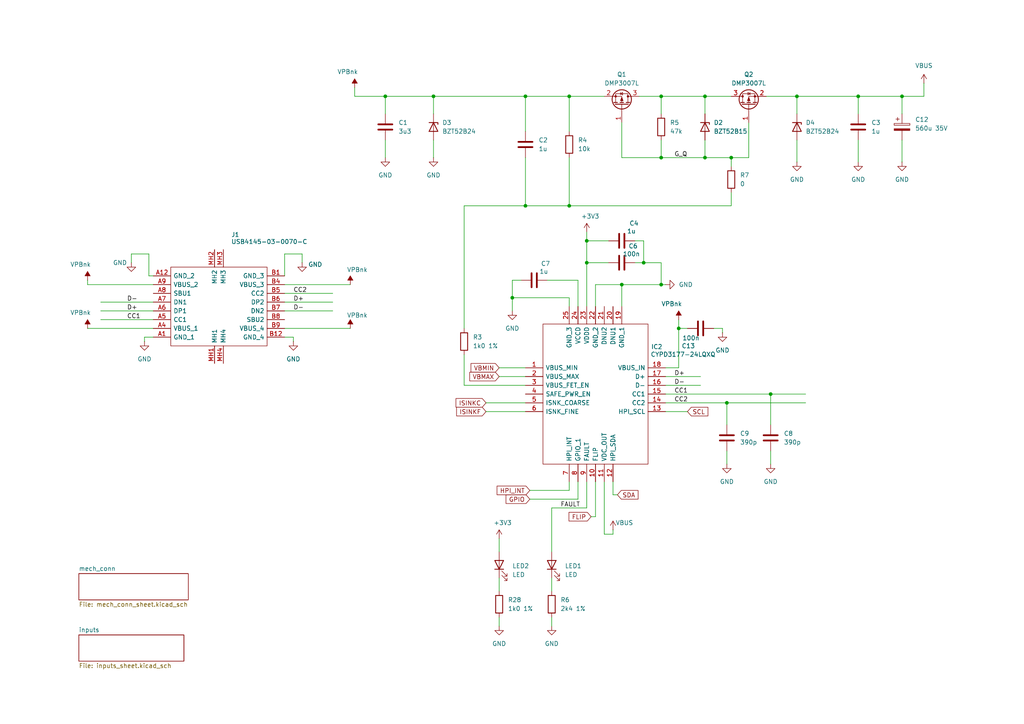
<source format=kicad_sch>
(kicad_sch (version 20250114) (generator "eeschema") (generator_version "9.0")
  (paper "A4")
  (lib_symbols
    (symbol "Device:C" (pin_numbers (hide yes)) (pin_names (offset 0.254))
      (property "Reference" "C" (at 0.635 2.54 0))
      (property "Value" "C" (at 0.635 -2.54 0))
      (symbol "C_0_1"
        (polyline (pts (xy -2.032 0.762) (xy 2.032 0.762)) (stroke (width 0.508)))
        (polyline (pts (xy -2.032 -0.762) (xy 2.032 -0.762)) (stroke (width 0.508)))
      )
      (symbol "C_1_1"
        (pin passive line (at 0 3.81 270) (length 2.794) (name "~") (number "1"))
        (pin passive line (at 0 -3.81 90) (length 2.794) (name "~") (number "2"))
      )
    )
    (symbol "Device:C_Polarized" (pin_numbers (hide yes)) (pin_names (offset 0.254))
      (property "Reference" "C" (at 0.635 2.54 0))
      (property "Value" "C_Polarized" (at 0.635 -2.54 0))
      (symbol "C_Polarized_0_1"
        (rectangle (start -2.286 0.508) (end 2.286 1.016))
        (polyline (pts (xy -1.778 2.286) (xy -0.762 2.286)))
        (polyline (pts (xy -1.27 2.794) (xy -1.27 1.778)))
        (rectangle (start 2.286 -0.508) (end -2.286 -1.016) (fill (type outline)))
      )
      (symbol "C_Polarized_1_1"
        (pin passive line (at 0 3.81 270) (length 2.794) (name "~") (number "1"))
        (pin passive line (at 0 -3.81 90) (length 2.794) (name "~") (number "2"))
      )
    )
    (symbol "Device:LED" (pin_numbers (hide yes)) (pin_names (offset 1.016) (hide yes))
      (property "Reference" "D" (at 0 2.54 0))
      (property "Value" "LED" (at 0 -2.54 0))
      (symbol "LED_0_1"
        (polyline (pts (xy -3.048 -0.762) (xy -4.572 -2.286) (xy -3.81 -2.286) (xy -4.572 -2.286) (xy -4.572 -1.524)))
        (polyline (pts (xy -1.778 -0.762) (xy -3.302 -2.286) (xy -2.54 -2.286) (xy -3.302 -2.286) (xy -3.302 -1.524)))
        (polyline (pts (xy -1.27 0) (xy 1.27 0)))
        (polyline (pts (xy -1.27 -1.27) (xy -1.27 1.27)) (stroke (width 0.254)))
        (polyline (pts (xy 1.27 -1.27) (xy 1.27 1.27) (xy -1.27 0) (xy 1.27 -1.27)) (stroke (width 0.254)))
      )
      (symbol "LED_1_1"
        (pin passive line (at -3.81 0 0) (length 2.54) (name "K") (number "1"))
        (pin passive line (at 3.81 0 180) (length 2.54) (name "A") (number "2"))
      )
    )
    (symbol "Device:R" (pin_numbers (hide yes)) (pin_names (offset 0))
      (property "Reference" "R" (at 2.032 0 90))
      (property "Value" "R" (at 0 0 90))
      (symbol "R_0_1"
        (rectangle (start -1.016 -2.54) (end 1.016 2.54) (stroke (width 0.254)))
      )
      (symbol "R_1_1"
        (pin passive line (at 0 3.81 270) (length 1.27) (name "~") (number "1"))
        (pin passive line (at 0 -3.81 90) (length 1.27) (name "~") (number "2"))
      )
    )
    (symbol "Diode:BZT52Bxx" (pin_numbers (hide yes)) (pin_names (hide yes))
      (property "Reference" "D" (at 0 2.54 0))
      (property "Value" "BZT52Bxx" (at 0 -2.54 0))
      (symbol "BZT52Bxx_0_1"
        (polyline (pts (xy -1.27 -1.27) (xy -1.27 1.27) (xy -0.762 1.27)) (stroke (width 0.254)))
        (polyline (pts (xy 1.27 0) (xy -1.27 0)))
        (polyline (pts (xy 1.27 -1.27) (xy 1.27 1.27) (xy -1.27 0) (xy 1.27 -1.27)) (stroke (width 0.254)))
      )
      (symbol "BZT52Bxx_1_1"
        (pin passive line (at -3.81 0 0) (length 2.54) (name "K") (number "1"))
        (pin passive line (at 3.81 0 180) (length 2.54) (name "A") (number "2"))
      )
    )
    (symbol "SamacSys_Parts:CYPD3177-24LQXQ" (pin_names (offset 0.762))
      (property "Reference" "IC" (at 36.83 17.78 0))
      (property "Value" "CYPD3177-24LQXQ" (at 36.83 15.24 0))
      (symbol "CYPD3177-24LQXQ_0_0"
        (pin passive line (at 0 0 0) (length 5.08) (name "VBUS_MIN") (number "1"))
        (pin passive line (at 0 -2.54 0) (length 5.08) (name "VBUS_MAX") (number "2"))
        (pin passive line (at 0 -5.08 0) (length 5.08) (name "VBUS_FET_EN") (number "3"))
        (pin passive line (at 0 -7.62 0) (length 5.08) (name "SAFE_PWR_EN") (number "4"))
        (pin passive line (at 0 -10.16 0) (length 5.08) (name "ISNK_COARSE") (number "5"))
        (pin passive line (at 0 -12.7 0) (length 5.08) (name "ISNK_FINE") (number "6"))
        (pin passive line (at 12.7 17.78 270) (length 5.08) (name "GND_3") (number "25"))
        (pin passive line (at 12.7 -33.02 90) (length 5.08) (name "HPI_INT") (number "7"))
        (pin passive line (at 15.24 17.78 270) (length 5.08) (name "VCCD") (number "24"))
        (pin passive line (at 15.24 -33.02 90) (length 5.08) (name "GPIO_1") (number "8"))
        (pin passive line (at 17.78 17.78 270) (length 5.08) (name "VDDD") (number "23"))
        (pin passive line (at 17.78 -33.02 90) (length 5.08) (name "FAULT") (number "9"))
        (pin passive line (at 20.32 17.78 270) (length 5.08) (name "GND_2") (number "22"))
        (pin passive line (at 20.32 -33.02 90) (length 5.08) (name "FLIP") (number "10"))
        (pin passive line (at 22.86 17.78 270) (length 5.08) (name "DNU2") (number "21"))
        (pin passive line (at 22.86 -33.02 90) (length 5.08) (name "VDC_OUT") (number "11"))
        (pin passive line (at 25.4 17.78 270) (length 5.08) (name "DNU1") (number "20"))
        (pin passive line (at 25.4 -33.02 90) (length 5.08) (name "HPI_SDA") (number "12"))
        (pin passive line (at 27.94 17.78 270) (length 5.08) (name "GND_1") (number "19"))
        (pin passive line (at 40.64 0 180) (length 5.08) (name "VBUS_IN") (number "18"))
        (pin passive line (at 40.64 -2.54 180) (length 5.08) (name "D+") (number "17"))
        (pin passive line (at 40.64 -5.08 180) (length 5.08) (name "D-") (number "16"))
        (pin passive line (at 40.64 -7.62 180) (length 5.08) (name "CC1") (number "15"))
        (pin passive line (at 40.64 -10.16 180) (length 5.08) (name "CC2") (number "14"))
        (pin passive line (at 40.64 -12.7 180) (length 5.08) (name "HPI_SCL") (number "13"))
      )
      (symbol "CYPD3177-24LQXQ_0_1"
        (polyline (pts (xy 5.08 12.7) (xy 35.56 12.7) (xy 35.56 -27.94) (xy 5.08 -27.94) (xy 5.08 12.7)) (stroke (width 0.1524)))
      )
    )
    (symbol "SamacSys_Parts:USB4145-03-0070-C" (pin_names (offset 0.762))
      (property "Reference" "J" (at 29.21 17.78 0))
      (property "Value" "USB4145-03-0070-C" (at 29.21 15.24 0))
      (symbol "USB4145-03-0070-C_0_0"
        (pin passive line (at 0 0 0) (length 5.08) (name "MH1") (number "MH1"))
        (pin passive line (at 0 -2.54 0) (length 5.08) (name "MH4") (number "MH4"))
        (pin passive line (at 7.62 17.78 270) (length 5.08) (name "GND_1") (number "A1"))
        (pin passive line (at 7.62 -20.32 90) (length 5.08) (name "GND_4") (number "B12"))
        (pin passive line (at 10.16 17.78 270) (length 5.08) (name "VBUS_1") (number "A4"))
        (pin passive line (at 10.16 -20.32 90) (length 5.08) (name "VBUS_4") (number "B9"))
        (pin passive line (at 12.7 17.78 270) (length 5.08) (name "CC1") (number "A5"))
        (pin passive line (at 12.7 -20.32 90) (length 5.08) (name "SBU2") (number "B8"))
        (pin passive line (at 15.24 17.78 270) (length 5.08) (name "DP1") (number "A6"))
        (pin passive line (at 15.24 -20.32 90) (length 5.08) (name "DN2") (number "B7"))
        (pin passive line (at 17.78 17.78 270) (length 5.08) (name "DN1") (number "A7"))
        (pin passive line (at 17.78 -20.32 90) (length 5.08) (name "DP2") (number "B6"))
        (pin passive line (at 20.32 17.78 270) (length 5.08) (name "SBU1") (number "A8"))
        (pin passive line (at 20.32 -20.32 90) (length 5.08) (name "CC2") (number "B5"))
        (pin passive line (at 22.86 17.78 270) (length 5.08) (name "VBUS_2") (number "A9"))
        (pin passive line (at 22.86 -20.32 90) (length 5.08) (name "VBUS_3") (number "B4"))
        (pin passive line (at 25.4 17.78 270) (length 5.08) (name "GND_2") (number "A12"))
        (pin passive line (at 25.4 -20.32 90) (length 5.08) (name "GND_3") (number "B1"))
        (pin passive line (at 33.02 0 180) (length 5.08) (name "MH2") (number "MH2"))
        (pin passive line (at 33.02 -2.54 180) (length 5.08) (name "MH3") (number "MH3"))
      )
      (symbol "USB4145-03-0070-C_0_1"
        (polyline (pts (xy 5.08 12.7) (xy 27.94 12.7) (xy 27.94 -15.24) (xy 5.08 -15.24) (xy 5.08 12.7)) (stroke (width 0.1524)))
      )
    )
    (symbol "Transistor_FET:Q_PMOS_GSD" (pin_names (offset 0) (hide yes))
      (property "Reference" "Q" (at 5.08 1.905 0))
      (property "Value" "Q_PMOS_GSD" (at 5.08 0 0))
      (symbol "Q_PMOS_GSD_0_1"
        (polyline (pts (xy 0.254 1.905) (xy 0.254 -1.905)) (stroke (width 0.254)))
        (polyline (pts (xy 0.254 0) (xy -2.54 0)))
        (polyline (pts (xy 0.762 2.286) (xy 0.762 1.27)) (stroke (width 0.254)))
        (polyline (pts (xy 0.762 1.778) (xy 3.302 1.778) (xy 3.302 -1.778) (xy 0.762 -1.778)))
        (polyline (pts (xy 0.762 0.508) (xy 0.762 -0.508)) (stroke (width 0.254)))
        (polyline (pts (xy 0.762 -1.27) (xy 0.762 -2.286)) (stroke (width 0.254)))
        (circle (center 1.651 0) (radius 2.794) (stroke (width 0.254)))
        (polyline (pts (xy 2.286 0) (xy 1.27 0.381) (xy 1.27 -0.381) (xy 2.286 0)) (fill (type outline)))
        (polyline (pts (xy 2.54 2.54) (xy 2.54 1.778)))
        (circle (center 2.54 1.778) (radius 0.254) (fill (type outline)))
        (circle (center 2.54 -1.778) (radius 0.254) (fill (type outline)))
        (polyline (pts (xy 2.54 -2.54) (xy 2.54 0) (xy 0.762 0)))
        (polyline (pts (xy 2.921 -0.381) (xy 3.683 -0.381)))
        (polyline (pts (xy 3.302 -0.381) (xy 2.921 0.254) (xy 3.683 0.254) (xy 3.302 -0.381)))
      )
      (symbol "Q_PMOS_GSD_1_1"
        (pin input line (at -5.08 0 0) (length 2.54) (name "G") (number "1"))
        (pin passive line (at 2.54 5.08 270) (length 2.54) (name "D") (number "3"))
        (pin passive line (at 2.54 -5.08 90) (length 2.54) (name "S") (number "2"))
      )
    )
    (symbol "power:+3V3" (power) (pin_numbers (hide yes)) (pin_names (offset 0) (hide yes))
      (property "Value" "+3V3" (at 0 3.556 0))
      (symbol "+3V3_0_1"
        (polyline (pts (xy -0.762 1.27) (xy 0 2.54)))
        (polyline (pts (xy 0 2.54) (xy 0.762 1.27)))
        (polyline (pts (xy 0 0) (xy 0 2.54)))
      )
      (symbol "+3V3_1_1"
        (pin power_in line (at 0 0 90) (length 0) (name "~") (number "1"))
      )
    )
    (symbol "power:GND" (power) (pin_numbers (hide yes)) (pin_names (offset 0) (hide yes))
      (property "Value" "GND" (at 0 -3.81 0))
      (symbol "GND_0_1"
        (polyline (pts (xy 0 0) (xy 0 -1.27) (xy 1.27 -1.27) (xy 0 -2.54) (xy -1.27 -1.27) (xy 0 -1.27)))
      )
      (symbol "GND_1_1"
        (pin power_in line (at 0 0 270) (length 0) (name "~") (number "1"))
      )
    )
    (symbol "power:VBUS" (power) (pin_numbers (hide yes)) (pin_names (offset 0) (hide yes))
      (property "Value" "VBUS" (at 0 3.556 0))
      (symbol "VBUS_0_1"
        (polyline (pts (xy -0.762 1.27) (xy 0 2.54)))
        (polyline (pts (xy 0 2.54) (xy 0.762 1.27)))
        (polyline (pts (xy 0 0) (xy 0 2.54)))
      )
      (symbol "VBUS_1_1"
        (pin power_in line (at 0 0 90) (length 0) (name "~") (number "1"))
      )
    )
    (symbol "power:VCOM" (power) (pin_numbers (hide yes)) (pin_names (offset 0) (hide yes))
      (property "Value" "VCOM" (at 0 3.556 0))
      (symbol "VCOM_0_1"
        (polyline (pts (xy 0 0) (xy 0 2.54)))
        (polyline (pts (xy 0.762 1.27) (xy -0.762 1.27) (xy 0 2.54) (xy 0.762 1.27)) (fill (type outline)))
      )
      (symbol "VCOM_1_1"
        (pin power_in line (at 0 0 90) (length 0) (name "~") (number "1"))
      )
    )
  )
  (junction (at 111.76 27.94))
  (junction (at 261.62 27.94))
  (junction (at 186.69 76.2))
  (junction (at 165.1 27.94))
  (junction (at 204.47 27.94))
  (junction (at 180.34 82.55))
  (junction (at 191.77 45.72))
  (junction (at 170.18 76.2))
  (junction (at 210.82 116.84))
  (junction (at 223.52 114.3))
  (junction (at 148.59 86.36))
  (junction (at 248.92 27.94))
  (junction (at 170.18 69.85))
  (junction (at 152.4 27.94))
  (junction (at 196.85 95.25))
  (junction (at 191.77 82.55))
  (junction (at 165.1 59.69))
  (junction (at 212.09 45.72))
  (junction (at 152.4 59.69))
  (junction (at 204.47 45.72))
  (junction (at 125.73 27.94))
  (junction (at 231.14 27.94))
  (junction (at 191.77 27.94))
  (wire (pts (xy 29.21 90.17) (xy 44.45 90.17)))
  (wire (pts (xy 175.26 154.94) (xy 177.8 154.94)))
  (wire (pts (xy 111.76 27.94) (xy 125.73 27.94)))
  (wire (pts (xy 193.04 111.76) (xy 203.2 111.76)))
  (wire (pts (xy 152.4 45.72) (xy 152.4 59.69)))
  (wire (pts (xy 180.34 82.55) (xy 180.34 88.9)))
  (wire (pts (xy 248.92 33.02) (xy 248.92 27.94)))
  (wire (pts (xy 184.15 76.2) (xy 186.69 76.2)))
  (wire (pts (xy 186.69 69.85) (xy 186.69 76.2)))
  (wire (pts (xy 191.77 76.2) (xy 191.77 82.55)))
  (wire (pts (xy 85.09 97.79) (xy 85.09 99.06)))
  (wire (pts (xy 191.77 27.94) (xy 204.47 27.94)))
  (wire (pts (xy 191.77 76.2) (xy 186.69 76.2)))
  (wire (pts (xy 125.73 40.64) (xy 125.73 45.72)))
  (wire (pts (xy 152.4 59.69) (xy 165.1 59.69)))
  (wire (pts (xy 180.34 45.72) (xy 191.77 45.72)))
  (wire (pts (xy 172.72 149.86) (xy 172.72 139.7)))
  (wire (pts (xy 191.77 40.64) (xy 191.77 45.72)))
  (wire (pts (xy 165.1 59.69) (xy 212.09 59.69)))
  (wire (pts (xy 172.72 82.55) (xy 180.34 82.55)))
  (wire (pts (xy 261.62 40.64) (xy 261.62 46.99)))
  (wire (pts (xy 167.64 139.7) (xy 167.64 144.78)))
  (wire (pts (xy 144.78 167.64) (xy 144.78 171.45)))
  (wire (pts (xy 199.39 95.25) (xy 196.85 95.25)))
  (wire (pts (xy 248.92 27.94) (xy 261.62 27.94)))
  (wire (pts (xy 148.59 86.36) (xy 165.1 86.36)))
  (wire (pts (xy 41.91 99.06) (xy 41.91 97.79)))
  (wire (pts (xy 193.04 116.84) (xy 210.82 116.84)))
  (wire (pts (xy 191.77 45.72) (xy 204.47 45.72)))
  (wire (pts (xy 160.02 167.64) (xy 160.02 171.45)))
  (wire (pts (xy 170.18 139.7) (xy 170.18 147.32)))
  (wire (pts (xy 261.62 27.94) (xy 267.97 27.94)))
  (wire (pts (xy 223.52 114.3) (xy 233.68 114.3)))
  (wire (pts (xy 212.09 45.72) (xy 212.09 48.26)))
  (wire (pts (xy 165.1 45.72) (xy 165.1 59.69)))
  (wire (pts (xy 171.45 149.86) (xy 172.72 149.86)))
  (wire (pts (xy 111.76 27.94) (xy 111.76 33.02)))
  (wire (pts (xy 134.62 59.69) (xy 134.62 95.25)))
  (wire (pts (xy 177.8 153.67) (xy 177.8 154.94)))
  (wire (pts (xy 172.72 88.9) (xy 172.72 82.55)))
  (wire (pts (xy 209.55 95.25) (xy 209.55 96.52)))
  (wire (pts (xy 43.18 80.01) (xy 44.45 80.01)))
  (wire (pts (xy 207.01 95.25) (xy 209.55 95.25)))
  (wire (pts (xy 160.02 147.32) (xy 160.02 160.02)))
  (wire (pts (xy 82.55 82.55) (xy 101.6 82.55)))
  (wire (pts (xy 144.78 179.07) (xy 144.78 181.61)))
  (wire (pts (xy 144.78 106.68) (xy 152.4 106.68)))
  (wire (pts (xy 267.97 24.13) (xy 267.97 27.94)))
  (wire (pts (xy 231.14 27.94) (xy 231.14 33.02)))
  (wire (pts (xy 29.21 92.71) (xy 44.45 92.71)))
  (wire (pts (xy 82.55 97.79) (xy 85.09 97.79)))
  (wire (pts (xy 180.34 35.56) (xy 180.34 45.72)))
  (wire (pts (xy 82.55 95.25) (xy 101.6 95.25)))
  (wire (pts (xy 25.4 95.25) (xy 44.45 95.25)))
  (wire (pts (xy 170.18 76.2) (xy 176.53 76.2)))
  (wire (pts (xy 223.52 114.3) (xy 223.52 123.19)))
  (wire (pts (xy 144.78 156.21) (xy 144.78 160.02)))
  (wire (pts (xy 160.02 147.32) (xy 170.18 147.32)))
  (wire (pts (xy 231.14 27.94) (xy 248.92 27.94)))
  (wire (pts (xy 212.09 55.88) (xy 212.09 59.69)))
  (wire (pts (xy 160.02 179.07) (xy 160.02 181.61)))
  (wire (pts (xy 153.67 142.24) (xy 165.1 142.24)))
  (wire (pts (xy 204.47 27.94) (xy 212.09 27.94)))
  (wire (pts (xy 196.85 95.25) (xy 196.85 106.68)))
  (wire (pts (xy 87.63 73.66) (xy 87.63 76.2)))
  (wire (pts (xy 185.42 27.94) (xy 191.77 27.94)))
  (wire (pts (xy 210.82 116.84) (xy 210.82 123.19)))
  (wire (pts (xy 43.18 73.66) (xy 43.18 80.01)))
  (wire (pts (xy 134.62 59.69) (xy 152.4 59.69)))
  (wire (pts (xy 140.97 116.84) (xy 152.4 116.84)))
  (wire (pts (xy 179.07 143.51) (xy 177.8 143.51)))
  (wire (pts (xy 210.82 116.84) (xy 233.68 116.84)))
  (wire (pts (xy 204.47 45.72) (xy 212.09 45.72)))
  (wire (pts (xy 231.14 40.64) (xy 231.14 46.99)))
  (wire (pts (xy 204.47 27.94) (xy 204.47 33.02)))
  (wire (pts (xy 165.1 139.7) (xy 165.1 142.24)))
  (wire (pts (xy 125.73 27.94) (xy 125.73 33.02)))
  (wire (pts (xy 158.75 81.28) (xy 167.64 81.28)))
  (wire (pts (xy 193.04 109.22) (xy 203.2 109.22)))
  (wire (pts (xy 152.4 27.94) (xy 165.1 27.94)))
  (wire (pts (xy 177.8 143.51) (xy 177.8 139.7)))
  (wire (pts (xy 193.04 106.68) (xy 196.85 106.68)))
  (wire (pts (xy 82.55 87.63) (xy 96.52 87.63)))
  (wire (pts (xy 25.4 82.55) (xy 44.45 82.55)))
  (wire (pts (xy 134.62 111.76) (xy 152.4 111.76)))
  (wire (pts (xy 210.82 130.81) (xy 210.82 134.62)))
  (wire (pts (xy 82.55 90.17) (xy 96.52 90.17)))
  (wire (pts (xy 217.17 45.72) (xy 217.17 35.56)))
  (wire (pts (xy 82.55 80.01) (xy 82.55 73.66)))
  (wire (pts (xy 180.34 82.55) (xy 191.77 82.55)))
  (wire (pts (xy 165.1 27.94) (xy 165.1 38.1)))
  (wire (pts (xy 193.04 82.55) (xy 191.77 82.55)))
  (wire (pts (xy 184.15 69.85) (xy 186.69 69.85)))
  (wire (pts (xy 212.09 45.72) (xy 217.17 45.72)))
  (wire (pts (xy 111.76 40.64) (xy 111.76 45.72)))
  (wire (pts (xy 148.59 81.28) (xy 151.13 81.28)))
  (wire (pts (xy 196.85 92.71) (xy 196.85 95.25)))
  (wire (pts (xy 193.04 119.38) (xy 199.39 119.38)))
  (wire (pts (xy 82.55 85.09) (xy 96.52 85.09)))
  (wire (pts (xy 261.62 27.94) (xy 261.62 33.02)))
  (wire (pts (xy 167.64 81.28) (xy 167.64 88.9)))
  (wire (pts (xy 38.1 76.2) (xy 38.1 73.66)))
  (wire (pts (xy 153.67 144.78) (xy 167.64 144.78)))
  (wire (pts (xy 41.91 97.79) (xy 44.45 97.79)))
  (wire (pts (xy 152.4 27.94) (xy 152.4 38.1)))
  (wire (pts (xy 170.18 69.85) (xy 176.53 69.85)))
  (wire (pts (xy 144.78 109.22) (xy 152.4 109.22)))
  (wire (pts (xy 193.04 114.3) (xy 223.52 114.3)))
  (wire (pts (xy 223.52 130.81) (xy 223.52 134.62)))
  (wire (pts (xy 170.18 67.31) (xy 170.18 69.85)))
  (wire (pts (xy 170.18 76.2) (xy 170.18 88.9)))
  (wire (pts (xy 148.59 86.36) (xy 148.59 81.28)))
  (wire (pts (xy 25.4 81.28) (xy 25.4 82.55)))
  (wire (pts (xy 170.18 69.85) (xy 170.18 76.2)))
  (wire (pts (xy 134.62 102.87) (xy 134.62 111.76)))
  (wire (pts (xy 102.87 27.94) (xy 111.76 27.94)))
  (wire (pts (xy 148.59 90.17) (xy 148.59 86.36)))
  (wire (pts (xy 165.1 86.36) (xy 165.1 88.9)))
  (wire (pts (xy 165.1 27.94) (xy 175.26 27.94)))
  (wire (pts (xy 248.92 40.64) (xy 248.92 46.99)))
  (wire (pts (xy 204.47 40.64) (xy 204.47 45.72)))
  (wire (pts (xy 175.26 139.7) (xy 175.26 154.94)))
  (wire (pts (xy 82.55 73.66) (xy 87.63 73.66)))
  (wire (pts (xy 191.77 27.94) (xy 191.77 33.02)))
  (wire (pts (xy 102.87 25.4) (xy 102.87 27.94)))
  (wire (pts (xy 38.1 73.66) (xy 43.18 73.66)))
  (wire (pts (xy 125.73 27.94) (xy 152.4 27.94)))
  (wire (pts (xy 140.97 119.38) (xy 152.4 119.38)))
  (wire (pts (xy 231.14 27.94) (xy 222.25 27.94)))
  (wire (pts (xy 29.21 87.63) (xy 44.45 87.63)))
  (label "D-" (at 195.58 111.76 0))
  (label "D-" (at 36.83 87.63 0))
  (label "FAULT" (at 162.56 147.32 0))
  (label "CC1" (at 195.58 114.3 0))
  (label "D-" (at 85.09 90.17 0))
  (label "D+" (at 195.58 109.22 0))
  (label "D+" (at 85.09 87.63 0))
  (label "CC1" (at 36.83 92.71 0))
  (label "D+" (at 36.83 90.17 0))
  (label "G_Q" (at 195.58 45.72 0))
  (label "CC2" (at 85.09 85.09 0))
  (label "CC2" (at 195.58 116.84 0))
  (global_label "VBMIN" (shape input) (at 144.78 106.68 180) (property "Intersheetrefs" "${INTERSHEET_REFS}" (effects (hide yes))))
  (global_label "GPIO" (shape input) (at 153.67 144.78 180) (property "Intersheetrefs" "${INTERSHEET_REFS}" (effects (hide yes))))
  (global_label "ISINKC" (shape input) (at 140.97 116.84 180) (property "Intersheetrefs" "${INTERSHEET_REFS}" (effects (hide yes))))
  (global_label "HPI_INT" (shape input) (at 153.67 142.24 180) (property "Intersheetrefs" "${INTERSHEET_REFS}" (effects (hide yes))))
  (global_label "ISINKF" (shape input) (at 140.97 119.38 180) (property "Intersheetrefs" "${INTERSHEET_REFS}" (effects (hide yes))))
  (global_label "FLIP" (shape input) (at 171.45 149.86 180) (property "Intersheetrefs" "${INTERSHEET_REFS}" (effects (hide yes))))
  (global_label "SDA" (shape input) (at 179.07 143.51 0) (property "Intersheetrefs" "${INTERSHEET_REFS}" (effects (hide yes))))
  (global_label "SCL" (shape input) (at 199.39 119.38 0) (property "Intersheetrefs" "${INTERSHEET_REFS}" (effects (hide yes))))
  (global_label "VBMAX" (shape input) (at 144.78 109.22 180) (property "Intersheetrefs" "${INTERSHEET_REFS}" (effects (hide yes))))
  (symbol (lib_id "SamacSys_Parts:USB4145-03-0070-C") (at 62.23 105.41 90) (unit 1)
    (property "Reference" "J1" (at 67.056 68.072 90) (effects (justify right)))
    (property "Value" "USB4145-03-0070-C" (at 67.056 70.104 90) (effects (justify right)))
    (property "Footprint" "USB4145030070C" (effects (hide yes)))
    (property "Datasheet" "https://gct.co/files/drawings/usb4145.pdf" (effects (hide yes)))
    (property "Description" "USB Connectors USB-C Rec 3u\" Vert 16P SMT 0.7mm TH stakes H7.46mm T+R+Cap" (effects (hide yes)))
    (property "Description_1" "USB Connectors USB-C Rec 3u\" Vert 16P SMT 0.7mm TH stakes H7.46mm T+R+Cap" (effects (hide yes)))
    (property "Height" "7.66" (effects (hide yes)))
    (property "Manufacturer_Name" "GCT (GLOBAL CONNECTOR TECHNOLOGY)" (effects (hide yes)))
    (property "Manufacturer_Part_Number" "USB4145-03-0070-C" (effects (hide yes)))
    (property "Mouser Part Number" "640-USB4145-3-0070-C" (effects (hide yes)))
    (property "Mouser Price/Stock" "https://www.mouser.co.uk/ProductDetail/GCT/USB4145-03-0070-C?qs=vvQtp7zwQdNoT6Ti9aciDw%3D%3D" (effects (hide yes)))
  )
  (symbol (lib_id "power:GND") (at 223.52 134.62 0) (unit 1)
    (property "Reference" "#PWR09" (effects (hide yes)))
    (property "Value" "GND" (at 223.52 139.7 0))
    (property "Description" "Power symbol creates a global label with name \"GND\" , ground" (effects (hide yes)))
  )
  (symbol (lib_id "Device:C") (at 152.4 41.91 0) (unit 1)
    (property "Reference" "C2" (at 156.21 40.6399 0) (effects (justify left)))
    (property "Value" "1u" (at 156.21 43.1799 0) (effects (justify left)))
    (property "Footprint" "Capacitor_SMD:C_1206_3216Metric_Pad1.33x1.80mm_HandSolder" (effects (hide yes)))
    (property "Description" "Unpolarized capacitor" (effects (hide yes)))
  )
  (symbol (lib_id "power:GND") (at 193.04 82.55 90) (unit 1)
    (property "Reference" "#PWR05" (effects (hide yes)))
    (property "Value" "GND" (at 196.85 82.5499 90) (effects (justify right)))
    (property "Description" "Power symbol creates a global label with name \"GND\" , ground" (effects (hide yes)))
  )
  (symbol (lib_id "Diode:BZT52Bxx") (at 125.73 36.83 270) (unit 1)
    (property "Reference" "D3" (at 128.27 35.5599 90) (effects (justify left)))
    (property "Value" "BZT52B24" (at 128.27 38.0999 90) (effects (justify left)))
    (property "Footprint" "Diode_SMD:D_SOD-123F" (effects (hide yes)))
    (property "Datasheet" "https://diotec.com/tl_files/diotec/files/pdf/datasheets/bzt52b2v4.pdf" (effects (hide yes)))
    (property "Description" "500mW Zener Diode, SOD-123F" (effects (hide yes)))
  )
  (symbol (lib_id "Device:C") (at 180.34 69.85 270) (unit 1)
    (property "Reference" "C4" (at 183.896 64.77 90))
    (property "Value" "1u" (at 183.134 67.056 90))
    (property "Footprint" "Capacitor_SMD:C_1206_3216Metric_Pad1.33x1.80mm_HandSolder" (effects (hide yes)))
    (property "Description" "Unpolarized capacitor" (effects (hide yes)))
  )
  (symbol (lib_id "Device:C_Polarized") (at 261.62 36.83 0) (unit 1)
    (property "Reference" "C12" (at 265.43 34.6709 0) (effects (justify left)))
    (property "Value" "560u 35V" (at 265.43 37.2109 0) (effects (justify left)))
    (property "Footprint" "Capacitor_SMD:CP_Elec_10x10.5" (effects (hide yes)))
    (property "Description" "Polarized capacitor" (effects (hide yes)))
  )
  (symbol (lib_id "Device:C") (at 223.52 127 0) (unit 1)
    (property "Reference" "C8" (at 227.33 125.7299 0) (effects (justify left)))
    (property "Value" "390p" (at 227.33 128.2699 0) (effects (justify left)))
    (property "Footprint" "Capacitor_SMD:C_1206_3216Metric_Pad1.33x1.80mm_HandSolder" (effects (hide yes)))
    (property "Description" "Unpolarized capacitor" (effects (hide yes)))
  )
  (symbol (lib_id "power:GND") (at 144.78 181.61 0) (unit 1)
    (property "Reference" "#PWR022" (effects (hide yes)))
    (property "Value" "GND" (at 144.78 186.69 0))
    (property "Description" "Power symbol creates a global label with name \"GND\" , ground" (effects (hide yes)))
  )
  (symbol (lib_id "power:GND") (at 111.76 45.72 0) (unit 1)
    (property "Reference" "#PWR010" (effects (hide yes)))
    (property "Value" "GND" (at 111.76 50.8 0))
    (property "Description" "Power symbol creates a global label with name \"GND\" , ground" (effects (hide yes)))
  )
  (symbol (lib_id "power:VCOM") (at 102.87 25.4 0) (unit 1)
    (property "Reference" "#PWR012" (effects (hide yes)))
    (property "Value" "VPBnk" (at 100.838 20.828 0))
    (property "Description" "Power symbol creates a global label with name \"VCOM\"" (effects (hide yes)))
  )
  (symbol (lib_id "Device:LED") (at 144.78 163.83 90) (unit 1)
    (property "Reference" "LED2" (at 148.59 164.1474 90) (effects (justify right)))
    (property "Value" "LED" (at 148.59 166.6874 90) (effects (justify right)))
    (property "Footprint" "LED_SMD:LED_0805_2012Metric_Pad1.15x1.40mm_HandSolder" (effects (hide yes)))
    (property "Description" "Light emitting diode" (effects (hide yes)))
    (property "Sim.Pins" "1=K 2=A" (effects (hide yes)))
  )
  (symbol (lib_id "Device:C") (at 154.94 81.28 270) (unit 1)
    (property "Reference" "C7" (at 158.242 76.454 90))
    (property "Value" "1u" (at 157.734 78.74 90))
    (property "Footprint" "Capacitor_SMD:C_1206_3216Metric_Pad1.33x1.80mm_HandSolder" (effects (hide yes)))
    (property "Description" "Unpolarized capacitor" (effects (hide yes)))
  )
  (symbol (lib_id "power:GND") (at 209.55 96.52 0) (unit 1)
    (property "Reference" "#PWR058" (effects (hide yes)))
    (property "Value" "GND" (at 209.55 101.6 0))
    (property "Description" "Power symbol creates a global label with name \"GND\" , ground" (effects (hide yes)))
  )
  (symbol (lib_id "power:GND") (at 41.91 99.06 0) (unit 1)
    (property "Reference" "#PWR019" (effects (hide yes)))
    (property "Value" "GND" (at 41.91 104.14 0))
    (property "Description" "Power symbol creates a global label with name \"GND\" , ground" (effects (hide yes)))
  )
  (symbol (lib_id "power:VCOM") (at 25.4 95.25 0) (unit 1)
    (property "Reference" "#PWR014" (effects (hide yes)))
    (property "Value" "VPBnk" (at 23.368 90.678 0))
    (property "Description" "Power symbol creates a global label with name \"VCOM\"" (effects (hide yes)))
  )
  (symbol (lib_id "power:GND") (at 85.09 99.06 0) (unit 1)
    (property "Reference" "#PWR018" (effects (hide yes)))
    (property "Value" "GND" (at 85.09 104.14 0))
    (property "Description" "Power symbol creates a global label with name \"GND\" , ground" (effects (hide yes)))
  )
  (symbol (lib_id "power:VBUS") (at 267.97 24.13 0) (unit 1)
    (property "Reference" "#PWR08" (effects (hide yes)))
    (property "Value" "VBUS" (at 267.97 19.05 0))
    (property "Description" "Power symbol creates a global label with name \"VBUS\"" (effects (hide yes)))
  )
  (symbol (lib_id "power:VCOM") (at 101.6 95.25 0) (unit 1)
    (property "Reference" "#PWR015" (effects (hide yes)))
    (property "Value" "VPBnk" (at 103.632 91.44 0))
    (property "Description" "Power symbol creates a global label with name \"VCOM\"" (effects (hide yes)))
  )
  (symbol (lib_id "Diode:BZT52Bxx") (at 231.14 36.83 270) (unit 1)
    (property "Reference" "D4" (at 233.68 35.5599 90) (effects (justify left)))
    (property "Value" "BZT52B24" (at 233.68 38.0999 90) (effects (justify left)))
    (property "Footprint" "Diode_SMD:D_SOD-123F" (effects (hide yes)))
    (property "Datasheet" "https://diotec.com/tl_files/diotec/files/pdf/datasheets/bzt52b2v4.pdf" (effects (hide yes)))
    (property "Description" "500mW Zener Diode, SOD-123F" (effects (hide yes)))
  )
  (symbol (lib_id "Device:C") (at 203.2 95.25 90) (unit 1)
    (property "Reference" "C13" (at 199.644 100.33 90))
    (property "Value" "100n" (at 200.406 98.044 90))
    (property "Footprint" "Capacitor_SMD:C_1206_3216Metric_Pad1.33x1.80mm_HandSolder" (effects (hide yes)))
    (property "Description" "Unpolarized capacitor" (effects (hide yes)))
  )
  (symbol (lib_id "power:GND") (at 210.82 134.62 0) (unit 1)
    (property "Reference" "#PWR059" (effects (hide yes)))
    (property "Value" "GND" (at 210.82 139.7 0))
    (property "Description" "Power symbol creates a global label with name \"GND\" , ground" (effects (hide yes)))
  )
  (symbol (lib_id "Device:R") (at 144.78 175.26 0) (unit 1)
    (property "Reference" "R28" (at 147.32 173.9899 0) (effects (justify left)))
    (property "Value" "1k0 1%" (at 147.32 176.5299 0) (effects (justify left)))
    (property "Footprint" "Resistor_SMD:R_1206_3216Metric_Pad1.30x1.75mm_HandSolder" (effects (hide yes)))
    (property "Description" "Resistor" (effects (hide yes)))
  )
  (symbol (lib_id "Device:R") (at 212.09 52.07 0) (unit 1)
    (property "Reference" "R7" (at 214.63 50.7999 0) (effects (justify left)))
    (property "Value" "0" (at 214.63 53.3399 0) (effects (justify left)))
    (property "Footprint" "Resistor_SMD:R_1206_3216Metric_Pad1.30x1.75mm_HandSolder" (effects (hide yes)))
    (property "Description" "Resistor" (effects (hide yes)))
  )
  (symbol (lib_id "power:GND") (at 148.59 90.17 0) (unit 1)
    (property "Reference" "#PWR03" (effects (hide yes)))
    (property "Value" "GND" (at 148.59 95.25 0))
    (property "Description" "Power symbol creates a global label with name \"GND\" , ground" (effects (hide yes)))
  )
  (symbol (lib_id "power:GND") (at 248.92 46.99 0) (unit 1)
    (property "Reference" "#PWR07" (effects (hide yes)))
    (property "Value" "GND" (at 248.92 52.07 0))
    (property "Description" "Power symbol creates a global label with name \"GND\" , ground" (effects (hide yes)))
  )
  (symbol (lib_id "Device:LED") (at 160.02 163.83 90) (unit 1)
    (property "Reference" "LED1" (at 163.83 164.1474 90) (effects (justify right)))
    (property "Value" "LED" (at 163.83 166.6874 90) (effects (justify right)))
    (property "Footprint" "LED_SMD:LED_0805_2012Metric_Pad1.15x1.40mm_HandSolder" (effects (hide yes)))
    (property "Description" "Light emitting diode" (effects (hide yes)))
    (property "Sim.Pins" "1=K 2=A" (effects (hide yes)))
  )
  (symbol (lib_id "power:+3V3") (at 170.18 67.31 0) (unit 1)
    (property "Reference" "#PWR04" (effects (hide yes)))
    (property "Value" "+3V3" (at 171.196 62.738 0))
    (property "Description" "Power symbol creates a global label with name \"+3V3\"" (effects (hide yes)))
  )
  (symbol (lib_id "power:GND") (at 261.62 46.99 0) (unit 1)
    (property "Reference" "#PWR013" (effects (hide yes)))
    (property "Value" "GND" (at 261.62 52.07 0))
    (property "Description" "Power symbol creates a global label with name \"GND\" , ground" (effects (hide yes)))
  )
  (symbol (lib_id "Transistor_FET:Q_PMOS_GSD") (at 180.34 30.48 270) (mirror x) (unit 1)
    (property "Reference" "Q1" (at 180.34 21.59 90))
    (property "Value" "DMP3007L" (at 180.34 24.13 90))
    (property "Footprint" "Package_TO_SOT_SMD:TO-252-2" (effects (hide yes)))
    (property "Description" "P-MOSFET transistor, gate/source/drain" (effects (hide yes)))
  )
  (symbol (lib_id "Device:R") (at 134.62 99.06 0) (unit 1)
    (property "Reference" "R3" (at 137.16 97.7899 0) (effects (justify left)))
    (property "Value" "1k0 1%" (at 137.16 100.3299 0) (effects (justify left)))
    (property "Footprint" "Resistor_SMD:R_1206_3216Metric_Pad1.30x1.75mm_HandSolder" (effects (hide yes)))
    (property "Description" "Resistor" (effects (hide yes)))
  )
  (symbol (lib_id "Device:R") (at 165.1 41.91 0) (unit 1)
    (property "Reference" "R4" (at 167.64 40.6399 0) (effects (justify left)))
    (property "Value" "10k" (at 167.64 43.1799 0) (effects (justify left)))
    (property "Footprint" "Resistor_SMD:R_1206_3216Metric_Pad1.30x1.75mm_HandSolder" (effects (hide yes)))
    (property "Description" "Resistor" (effects (hide yes)))
  )
  (symbol (lib_id "power:GND") (at 160.02 181.61 0) (unit 1)
    (property "Reference" "#PWR023" (effects (hide yes)))
    (property "Value" "GND" (at 160.02 186.69 0))
    (property "Description" "Power symbol creates a global label with name \"GND\" , ground" (effects (hide yes)))
  )
  (symbol (lib_id "power:GND") (at 231.14 46.99 0) (unit 1)
    (property "Reference" "#PWR06" (effects (hide yes)))
    (property "Value" "GND" (at 231.14 52.07 0))
    (property "Description" "Power symbol creates a global label with name \"GND\" , ground" (effects (hide yes)))
  )
  (symbol (lib_id "Device:C") (at 111.76 36.83 0) (unit 1)
    (property "Reference" "C1" (at 115.57 35.5599 0) (effects (justify left)))
    (property "Value" "3u3" (at 115.57 38.0999 0) (effects (justify left)))
    (property "Footprint" "Capacitor_SMD:C_1206_3216Metric_Pad1.33x1.80mm_HandSolder" (effects (hide yes)))
    (property "Description" "Unpolarized capacitor" (effects (hide yes)))
  )
  (symbol (lib_id "Device:C") (at 210.82 127 0) (unit 1)
    (property "Reference" "C9" (at 214.63 125.7299 0) (effects (justify left)))
    (property "Value" "390p" (at 214.63 128.2699 0) (effects (justify left)))
    (property "Footprint" "Capacitor_SMD:C_1206_3216Metric_Pad1.33x1.80mm_HandSolder" (effects (hide yes)))
    (property "Description" "Unpolarized capacitor" (effects (hide yes)))
  )
  (symbol (lib_id "Device:C") (at 180.34 76.2 270) (unit 1)
    (property "Reference" "C6" (at 183.642 71.374 90))
    (property "Value" "100n" (at 183.134 73.66 90))
    (property "Footprint" "Capacitor_SMD:C_1206_3216Metric_Pad1.33x1.80mm_HandSolder" (effects (hide yes)))
    (property "Description" "Unpolarized capacitor" (effects (hide yes)))
  )
  (symbol (lib_id "power:GND") (at 125.73 45.72 0) (unit 1)
    (property "Reference" "#PWR011" (effects (hide yes)))
    (property "Value" "GND" (at 125.73 50.8 0))
    (property "Description" "Power symbol creates a global label with name \"GND\" , ground" (effects (hide yes)))
  )
  (symbol (lib_id "Device:C") (at 248.92 36.83 0) (unit 1)
    (property "Reference" "C3" (at 252.73 35.5599 0) (effects (justify left)))
    (property "Value" "1u" (at 252.73 38.0999 0) (effects (justify left)))
    (property "Footprint" "Capacitor_SMD:C_1206_3216Metric_Pad1.33x1.80mm_HandSolder" (effects (hide yes)))
    (property "Description" "Unpolarized capacitor" (effects (hide yes)))
  )
  (symbol (lib_id "SamacSys_Parts:CYPD3177-24LQXQ") (at 152.4 106.68 0) (unit 1)
    (property "Reference" "IC2" (at 190.5 100.584 0))
    (property "Value" "CYPD3177-24LQXQ" (at 198.12 102.7998 0))
    (property "Footprint" "QFN50P400X400X60-25N-D" (effects (hide yes)))
    (property "Datasheet" "https://au.mouser.com/datasheet/2/196/CYPR_S_A0012903526_1-3004964.pdf" (effects (hide yes)))
    (property "Description" "USB Interface IC USB Type-C port controller CYPD3177" (effects (hide yes)))
    (property "Description_1" "USB Interface IC USB Type-C port controller CYPD3177" (effects (hide yes)))
    (property "Height" "0.6" (effects (hide yes)))
    (property "Manufacturer_Name" "Infineon" (effects (hide yes)))
    (property "Manufacturer_Part_Number" "CYPD3177-24LQXQ" (effects (hide yes)))
    (property "Mouser Part Number" "727-CYPD3177-24LQXQ" (effects (hide yes)))
    (property "Mouser Price/Stock" "https://www.mouser.co.uk/ProductDetail/Infineon-Technologies/CYPD3177-24LQXQ?qs=PzGy0jfpSMvR3aDH5AdWfA%3D%3D" (effects (hide yes)))
    (property "Arrow Part Number" "CYPD3177-24LQXQ" (effects (hide yes)))
    (property "Arrow Price/Stock" "https://www.arrow.com/en/products/cypd3177-24lqxq/infineon-technologies-ag?utm_currency=USD&region=nac" (effects (hide yes)))
  )
  (symbol (lib_id "power:+3V3") (at 144.78 156.21 0) (unit 1)
    (property "Reference" "#PWR024" (effects (hide yes)))
    (property "Value" "+3V3" (at 145.796 151.638 0))
    (property "Description" "Power symbol creates a global label with name \"+3V3\"" (effects (hide yes)))
  )
  (symbol (lib_id "Transistor_FET:Q_PMOS_GSD") (at 217.17 30.48 90) (unit 1)
    (property "Reference" "Q2" (at 217.17 21.59 90))
    (property "Value" "DMP3007L" (at 217.17 24.13 90))
    (property "Footprint" "Package_TO_SOT_SMD:TO-252-2" (effects (hide yes)))
    (property "Description" "P-MOSFET transistor, gate/source/drain" (effects (hide yes)))
  )
  (symbol (lib_id "power:VBUS") (at 177.8 153.67 0) (unit 1)
    (property "Reference" "#PWR060" (effects (hide yes)))
    (property "Value" "VBUS" (at 181.102 151.638 0))
    (property "Description" "Power symbol creates a global label with name \"VBUS\"" (effects (hide yes)))
  )
  (symbol (lib_id "Device:R") (at 191.77 36.83 0) (unit 1)
    (property "Reference" "R5" (at 194.31 35.5599 0) (effects (justify left)))
    (property "Value" "47k" (at 194.31 38.0999 0) (effects (justify left)))
    (property "Footprint" "Resistor_SMD:R_1206_3216Metric_Pad1.30x1.75mm_HandSolder" (effects (hide yes)))
    (property "Description" "Resistor" (effects (hide yes)))
  )
  (symbol (lib_id "power:GND") (at 38.1 76.2 0) (unit 1)
    (property "Reference" "#PWR020" (effects (hide yes)))
    (property "Value" "GND" (at 34.798 76.2 0))
    (property "Description" "Power symbol creates a global label with name \"GND\" , ground" (effects (hide yes)))
  )
  (symbol (lib_id "power:GND") (at 87.63 76.2 0) (unit 1)
    (property "Reference" "#PWR021" (effects (hide yes)))
    (property "Value" "GND" (at 91.44 76.708 0))
    (property "Description" "Power symbol creates a global label with name \"GND\" , ground" (effects (hide yes)))
  )
  (symbol (lib_id "Device:R") (at 160.02 175.26 0) (unit 1)
    (property "Reference" "R6" (at 162.56 173.9899 0) (effects (justify left)))
    (property "Value" "2k4 1%" (at 162.56 176.5299 0) (effects (justify left)))
    (property "Footprint" "Resistor_SMD:R_1206_3216Metric_Pad1.30x1.75mm_HandSolder" (effects (hide yes)))
    (property "Description" "Resistor" (effects (hide yes)))
  )
  (symbol (lib_id "Diode:BZT52Bxx") (at 204.47 36.83 270) (unit 1)
    (property "Reference" "D2" (at 207.01 35.5599 90) (effects (justify left)))
    (property "Value" "BZT52B15" (at 207.01 38.0999 90) (effects (justify left)))
    (property "Footprint" "Diode_SMD:D_SOD-123F" (effects (hide yes)))
    (property "Datasheet" "https://diotec.com/tl_files/diotec/files/pdf/datasheets/bzt52b2v4.pdf" (effects (hide yes)))
    (property "Description" "500mW Zener Diode, SOD-123F" (effects (hide yes)))
  )
  (symbol (lib_id "power:VCOM") (at 196.85 92.71 0) (unit 1)
    (property "Reference" "#PWR01" (effects (hide yes)))
    (property "Value" "VPBnk" (at 194.818 88.138 0))
    (property "Description" "Power symbol creates a global label with name \"VCOM\"" (effects (hide yes)))
  )
  (symbol (lib_id "power:VCOM") (at 101.6 82.55 0) (unit 1)
    (property "Reference" "#PWR016" (effects (hide yes)))
    (property "Value" "VPBnk" (at 103.632 78.232 0))
    (property "Description" "Power symbol creates a global label with name \"VCOM\"" (effects (hide yes)))
  )
  (symbol (lib_id "power:VCOM") (at 25.4 81.28 0) (unit 1)
    (property "Reference" "#PWR017" (effects (hide yes)))
    (property "Value" "VPBnk" (at 23.368 76.708 0))
    (property "Description" "Power symbol creates a global label with name \"VCOM\"" (effects (hide yes)))
  )
  (sheet (at 22.86 184.15) (size 30.48 7.62) (stroke (width 0.1524))
    (property "Sheetname" "inputs" (at 22.86 183.4384 0) (effects (justify left bottom)))
    (property "Sheetfile" "inputs_sheet.kicad_sch" (at 22.86 192.3546 0) (effects (justify left top)))
  )
  (sheet (at 22.86 166.37) (size 31.75 7.62) (stroke (width 0.1524))
    (property "Sheetname" "mech_conn" (at 22.86 165.6584 0) (effects (justify left bottom)))
    (property "Sheetfile" "mech_conn_sheet.kicad_sch" (at 22.86 174.5746 0) (effects (justify left top)))
  )
)
</source>
